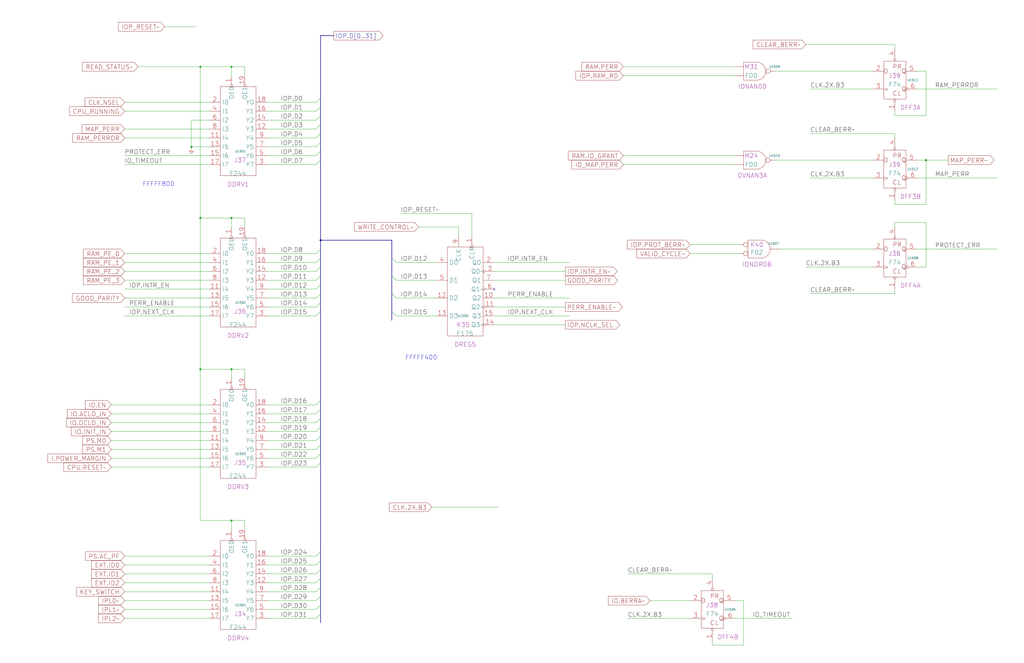
<source format=kicad_sch>
(kicad_sch (version 20250114) (generator "eeschema") (generator_version "9.0")
  (paper "User" 584.2 378.46)
  (title_block (title "DEVICES\\nCONTROL / STATUS REGISTER") (date "22-SEP-90") (rev "2.0") (comment 1 "IOC") (comment 2 "232-003061") (comment 3 "S400") (comment 4 "RELEASED"))
  (lib_symbols
    (symbol "r1000:F00" (pin_numbers (hide yes)) (pin_names (hide yes))
      (property "Reference" "U" (at 15.24 0 0))
      (property "Value" "F00" (at 1.905 -5.08 0))
      (property "Location" "___" (at 1.905 0 0))
      (property "Name" "______" (at 2.54 -12.7 0))
      (symbol "F00_0_1"
        (polyline (pts (xy -2.54 2.54) (xy -2.54 -7.62)) (stroke (width 0.1524)))
        (polyline (pts (xy -2.54 2.54) (xy 5.08 2.54)) (stroke (width 0.1524)))
        (polyline (pts (xy -2.54 -7.62) (xy 5.08 -7.62)) (stroke (width 0.1524)))
        (arc (start 5.08 2.54) (mid 10.1281 -2.54) (end 5.08 -7.62) (stroke (width 0.1524)))
        (circle (center 11.43 -2.54) (radius 1.27) (stroke (width 0.1524)))
      )
      (symbol "F00_0_2"
        (arc (start -3.175 2.54) (mid -2.134 -2.54) (end -3.175 -7.62) (stroke (width 0.1524)))
        (circle (center -3.81 0) (radius 1.27) (stroke (width 0.1524)))
        (circle (center -3.81 -5.08) (radius 1.27) (stroke (width 0.1524)))
        (polyline (pts (xy -3.175 2.54) (xy 3.81 2.54)) (stroke (width 0.1524)))
        (polyline (pts (xy -3.175 -7.62) (xy 3.81 -7.62)) (stroke (width 0.1524)))
        (arc (start 3.81 2.54) (mid 7.5828 0.7472) (end 10.16 -2.54) (stroke (width 0.1524)))
        (arc (start 10.16 -2.54) (mid 7.5855 -5.8306) (end 3.81 -7.62) (stroke (width 0.1524)))
      )
      (symbol "F00_1_1"
        (pin input line (at -7.62 0 0) (length 5.08) (name "D0") (number "1"))
        (pin input line (at -7.62 -5.08 0) (length 5.08) (name "D1") (number "2"))
        (pin output line (at 15.24 -2.54 180) (length 2.54) (name "Q") (number "3"))
      )
      (symbol "F00_1_2"
        (pin input line (at -7.62 0 0) (length 2.54) (name "D0") (number "1"))
        (pin input line (at -7.62 -5.08 0) (length 2.54) (name "D1") (number "2"))
        (pin output line (at 15.24 -2.54 180) (length 5.08) (name "Q") (number "3"))
      )
    )
    (symbol "r1000:F02" (pin_numbers (hide yes)) (pin_names (hide yes))
      (property "Reference" "U" (at 12.16 0.635 0))
      (property "Value" "F02" (at -1.27 -4.445 0))
      (property "Location" "___" (at 2.54 0 0))
      (property "Name" "______" (at 2.54 -12.7 0))
      (symbol "F02_0_1"
        (arc (start -3.81 2.54) (mid -2.9847 -2.54) (end -3.81 -7.62) (stroke (width 0.1524)))
        (polyline (pts (xy -5.08 0) (xy -3.175 0)) (stroke (width 0.1524)))
        (polyline (pts (xy -5.08 -5.08) (xy -3.175 -5.08)) (stroke (width 0.1524)))
        (polyline (pts (xy -3.81 2.54) (xy 2.54 2.54)) (stroke (width 0.1524)))
        (polyline (pts (xy -3.81 -7.62) (xy 2.54 -7.62)) (stroke (width 0.1524)))
        (arc (start 2.54 2.54) (mid 6.9477 0.8966) (end 10.16 -2.54) (stroke (width 0.1524)))
        (arc (start 10.16 -2.54) (mid 6.9515 -5.9823) (end 2.54 -7.62) (stroke (width 0.1524)))
        (circle (center 11.43 -2.54) (radius 1.27) (stroke (width 0.1524)))
        (polyline (pts (xy 13.97 -2.54) (xy 12.7 -2.54)) (stroke (width 0.1524)))
      )
      (symbol "F02_0_2"
        (circle (center -3.81 0) (radius 1.27) (stroke (width 0.1524)))
        (circle (center -3.81 -5.08) (radius 1.27) (stroke (width 0.1524)))
        (polyline (pts (xy -2.54 2.54) (xy -2.54 -7.62)) (stroke (width 0.1524)))
        (polyline (pts (xy -2.54 2.54) (xy 5.08 2.54)) (stroke (width 0.1524)))
        (polyline (pts (xy -2.54 -7.62) (xy 5.08 -7.62)) (stroke (width 0.1524)))
        (arc (start 5.08 2.54) (mid 10.1281 -2.54) (end 5.08 -7.62) (stroke (width 0.1524)))
        (polyline (pts (xy 11.43 -2.54) (xy 10.16 -2.54)) (stroke (width 0.1524)))
        (polyline (pts (xy 11.43 -2.54) (xy 12.7 -2.54)) (stroke (width 0.1524)))
      )
      (symbol "F02_1_1"
        (pin input line (at -7.62 0 0) (length 2.54) (name "D0") (number "1"))
        (pin input line (at -7.62 -5.08 0) (length 2.54) (name "D1") (number "2"))
        (pin output line (at 15.24 -2.54 180) (length 1.27) (name "Q") (number "3"))
      )
      (symbol "F02_1_2"
        (pin input line (at -7.62 0 0) (length 2.54) (name "D0") (number "1"))
        (pin input line (at -7.62 -5.08 0) (length 2.54) (name "D1") (number "2"))
        (pin output line (at 15.24 -2.54 180) (length 2.54) (name "Q") (number "3"))
      )
    )
    (symbol "r1000:F175" (pin_names (offset 1.016))
      (property "Reference" "U" (at 2.54 5.08 0))
      (property "Value" "F175" (at -1.27 -5.08 0))
      (property "Location" "___" (at -1.27 0 0))
      (property "Name" "______" (at 3.81 -12.7 0))
      (symbol "F175_1_1"
        (rectangle (start -6.35 44.45) (end 13.97 -6.35))
        (circle (center 7.62 45.085) (radius 0.635))
        (circle (center 14.605 30.48) (radius 0.635))
        (circle (center 14.605 20.32) (radius 0.635))
        (circle (center 14.605 10.16) (radius 0.635))
        (circle (center 14.605 0) (radius 0.635))
        (pin input line (at -12.7 35.56 0) (length 6.35) (name "D0") (number "4"))
        (pin input line (at -12.7 25.4 0) (length 6.35) (name "D1") (number "5"))
        (pin input line (at -12.7 15.24 0) (length 6.35) (name "D2") (number "12"))
        (pin input line (at -12.7 5.08 0) (length 6.35) (name "D3") (number "13"))
        (pin input line (at 0 50.8 270) (length 6.35) (name "CLK") (number "9"))
        (pin input line (at 7.62 50.8 270) (length 5.08) (name "CLR") (number "1"))
        (pin output line (at 20.32 35.56 180) (length 6.35) (name "Q0") (number "2"))
        (pin output line (at 20.32 30.48 180) (length 5.08) (name "Q0~") (number "3"))
        (pin output line (at 20.32 25.4 180) (length 6.35) (name "Q1") (number "7"))
        (pin output line (at 20.32 20.32 180) (length 5.08) (name "Q1~") (number "6"))
        (pin output line (at 20.32 15.24 180) (length 6.35) (name "Q2") (number "10"))
        (pin output line (at 20.32 10.16 180) (length 5.08) (name "Q2~") (number "11"))
        (pin output line (at 20.32 5.08 180) (length 6.35) (name "Q3") (number "15"))
        (pin output line (at 20.32 0 180) (length 5.08) (name "Q3~") (number "14"))
      )
    )
    (symbol "r1000:F244" (pin_names (offset 1.016))
      (property "Reference" "U" (at 2.54 5.08 0))
      (property "Value" "F244" (at -3.81 -7.62 0))
      (property "Location" "___" (at -1.27 0 0))
      (property "Name" "______" (at 1.27 -15.24 0))
      (symbol "F244_1_1"
        (rectangle (start -8.89 41.91) (end 11.43 -8.89))
        (circle (center -2.54 42.545) (radius 0.635))
        (circle (center 5.08 42.545) (radius 0.635))
        (pin input line (at -15.24 33.02 0) (length 6.35) (name "I0") (number "2"))
        (pin input line (at -15.24 27.94 0) (length 6.35) (name "I1") (number "4"))
        (pin input line (at -15.24 22.86 0) (length 6.35) (name "I2") (number "6"))
        (pin input line (at -15.24 17.78 0) (length 6.35) (name "I3") (number "8"))
        (pin input line (at -15.24 12.7 0) (length 6.35) (name "I4") (number "11"))
        (pin input line (at -15.24 7.62 0) (length 6.35) (name "I5") (number "13"))
        (pin input line (at -15.24 2.54 0) (length 6.35) (name "I6") (number "15"))
        (pin input line (at -15.24 -2.54 0) (length 6.35) (name "I7") (number "17"))
        (pin input line (at -2.54 48.26 270) (length 5.08) (name "OE0") (number "1"))
        (pin input line (at 5.08 48.26 270) (length 5.08) (name "OE1") (number "19"))
        (pin tri_state line (at 17.78 33.02 180) (length 6.35) (name "Y0") (number "18"))
        (pin tri_state line (at 17.78 27.94 180) (length 6.35) (name "Y1") (number "16"))
        (pin tri_state line (at 17.78 22.86 180) (length 6.35) (name "Y2") (number "14"))
        (pin tri_state line (at 17.78 17.78 180) (length 6.35) (name "Y3") (number "12"))
        (pin tri_state line (at 17.78 12.7 180) (length 6.35) (name "Y4") (number "9"))
        (pin tri_state line (at 17.78 7.62 180) (length 6.35) (name "Y5") (number "7"))
        (pin tri_state line (at 17.78 2.54 180) (length 6.35) (name "Y6") (number "5"))
        (pin tri_state line (at 17.78 -2.54 180) (length 6.35) (name "Y7") (number "3"))
      )
    )
    (symbol "r1000:F74" (pin_names (offset 1.016) (hide yes))
      (property "Reference" "U" (at 12.7 -2.54 0))
      (property "Value" "F74" (at -1.27 -5.08 0))
      (property "Location" "___" (at -1.27 0 0))
      (property "Name" "______" (at 11.43 -19.685 0))
      (symbol "F74_0_1"
        (rectangle (start -3.81 8.255) (end 8.89 -13.335) (stroke (width 0.1524)))
        (polyline (pts (xy 2.54 10.16) (xy 2.54 9.525)) (stroke (width 0.1524)))
        (polyline (pts (xy 2.54 -15.24) (xy 2.54 -14.605)) (stroke (width 0.1524)))
      )
      (symbol "F74_1_1"
        (circle (center 2.54 8.89) (radius 0.635))
        (circle (center 2.54 -13.97) (radius 0.635))
        (circle (center 9.525 -7.62) (radius 0.635))
        (text "D" (at -2.54 2.54 0) (effects (font (size 2.54 2.54))))
        (text ">" (at -2.54 -7.62 0) (effects (font (size 2.54 2.54))))
        (text "P" (at 2.54 5.08 0) (effects (font (size 2.54 2.54))))
        (text "C" (at 2.54 -10.16 0) (effects (font (size 2.54 2.54))))
        (text "R" (at 5.08 5.08 0) (effects (font (size 2.54 2.54))))
        (text "L" (at 5.08 -10.16 0) (effects (font (size 2.54 2.54))))
        (text "Q" (at 7.62 2.54 0) (effects (font (size 2.54 2.54))))
        (text "Q" (at 7.62 -7.62 0) (effects (font (size 2.54 2.54))))
        (pin input line (at -10.16 2.54 0) (length 6.35) (name "D") (number "2"))
        (pin input line (at -10.16 -7.62 0) (length 6.35) (name "CLK") (number "3"))
        (pin input line (at 2.54 15.24 270) (length 5.08) (name "PR_") (number "4"))
        (pin input line (at 2.54 -20.32 90) (length 5.08) (name "CL_") (number "1"))
        (pin output line (at 15.24 2.54 180) (length 6.35) (name "Q") (number "5"))
        (pin output line (at 15.24 -7.62 180) (length 5.08) (name "Q_") (number "6"))
      )
    )
    (symbol "r1000:PD" (power) (pin_numbers (hide yes)) (pin_names (hide yes)) (in_bom no)
      (symbol "PD_0_1"
        (polyline (pts (xy 0 -2.54) (xy 1.27 -2.54) (xy 0 -3.81) (xy -1.27 -2.54) (xy 0 -2.54)) (stroke (width 0.1524)))
      )
      (symbol "PD_1_1"
        (pin power_in line (at 0 0 270) (length 2.54) (name "PD") (number "1"))
      )
    )
  )
  (text "FFFFF800\n" (at 81.28 106.68 0) (effects (font (size 2.54 2.54)) (justify left bottom)))
  (text "FFFFF400\n" (at 231.14 205.74 0) (effects (font (size 2.54 2.54)) (justify left bottom)))
  (junction (at 132.08 297.18))
  (junction (at 182.88 137.16))
  (junction (at 114.3 210.82))
  (junction (at 132.08 210.82))
  (junction (at 114.3 124.46))
  (junction (at 109.22 83.82))
  (junction (at 114.3 38.1))
  (junction (at 132.08 124.46))
  (junction (at 528.32 91.44))
  (junction (at 132.08 38.1))
  (no_connect (at 281.94 165.1))
  (bus_entry (at 182.88 66.04) (size -2.54 2.54))
  (bus_entry (at 182.88 243.84) (size -2.54 2.54))
  (bus_entry (at 223.52 177.8) (size 2.54 2.54))
  (bus_entry (at 182.88 228.6) (size -2.54 2.54))
  (bus_entry (at 182.88 259.08) (size -2.54 2.54))
  (bus_entry (at 182.88 264.16) (size -2.54 2.54))
  (bus_entry (at 182.88 320.04) (size -2.54 2.54))
  (bus_entry (at 182.88 76.2) (size -2.54 2.54))
  (bus_entry (at 182.88 167.64) (size -2.54 2.54))
  (bus_entry (at 182.88 314.96) (size -2.54 2.54))
  (bus_entry (at 182.88 172.72) (size -2.54 2.54))
  (bus_entry (at 182.88 157.48) (size -2.54 2.54))
  (bus_entry (at 182.88 177.8) (size -2.54 2.54))
  (bus_entry (at 182.88 233.68) (size -2.54 2.54))
  (bus_entry (at 182.88 152.4) (size -2.54 2.54))
  (bus_entry (at 182.88 55.88) (size -2.54 2.54))
  (bus_entry (at 182.88 162.56) (size -2.54 2.54))
  (bus_entry (at 182.88 330.2) (size -2.54 2.54))
  (bus_entry (at 223.52 157.48) (size 2.54 2.54))
  (bus_entry (at 182.88 81.28) (size -2.54 2.54))
  (bus_entry (at 182.88 350.52) (size -2.54 2.54))
  (bus_entry (at 182.88 71.12) (size -2.54 2.54))
  (bus_entry (at 182.88 340.36) (size -2.54 2.54))
  (bus_entry (at 182.88 147.32) (size -2.54 2.54))
  (bus_entry (at 182.88 60.96) (size -2.54 2.54))
  (bus_entry (at 182.88 248.92) (size -2.54 2.54))
  (bus_entry (at 223.52 167.64) (size 2.54 2.54))
  (bus_entry (at 182.88 254) (size -2.54 2.54))
  (bus_entry (at 182.88 335.28) (size -2.54 2.54))
  (bus_entry (at 182.88 325.12) (size -2.54 2.54))
  (bus_entry (at 223.52 147.32) (size 2.54 2.54))
  (bus_entry (at 182.88 91.44) (size -2.54 2.54))
  (bus_entry (at 182.88 86.36) (size -2.54 2.54))
  (bus_entry (at 182.88 345.44) (size -2.54 2.54))
  (bus_entry (at 182.88 238.76) (size -2.54 2.54))
  (bus_entry (at 182.88 142.24) (size -2.54 2.54))
  (bus (pts (xy 182.88 350.52) (xy 182.88 355.6)))
  (wire (pts (xy 459.74 25.4) (xy 510.54 25.4)))
  (wire (pts (xy 238.76 129.54) (xy 261.62 129.54)))
  (wire (pts (xy 152.4 347.98) (xy 180.34 347.98)))
  (wire (pts (xy 152.4 154.94) (xy 180.34 154.94)))
  (bus (pts (xy 182.88 172.72) (xy 182.88 177.8)))
  (wire (pts (xy 424.18 368.3) (xy 406.4 368.3)))
  (wire (pts (xy 71.12 175.26) (xy 119.38 175.26)))
  (wire (pts (xy 406.4 368.3) (xy 406.4 365.76)))
  (wire (pts (xy 510.54 127) (xy 528.32 127)))
  (wire (pts (xy 139.7 215.9) (xy 139.7 210.82)))
  (wire (pts (xy 419.1 353.06) (xy 452.12 353.06)))
  (wire (pts (xy 71.12 347.98) (xy 119.38 347.98)))
  (bus (pts (xy 182.88 142.24) (xy 182.88 147.32)))
  (wire (pts (xy 109.22 68.58) (xy 109.22 83.82)))
  (wire (pts (xy 71.12 88.9) (xy 119.38 88.9)))
  (wire (pts (xy 71.12 180.34) (xy 119.38 180.34)))
  (wire (pts (xy 152.4 317.5) (xy 180.34 317.5)))
  (wire (pts (xy 114.3 210.82) (xy 132.08 210.82)))
  (wire (pts (xy 152.4 88.9) (xy 180.34 88.9)))
  (wire (pts (xy 226.06 180.34) (xy 248.92 180.34)))
  (wire (pts (xy 152.4 266.7) (xy 180.34 266.7)))
  (wire (pts (xy 281.94 170.18) (xy 325.12 170.18)))
  (wire (pts (xy 355.6 43.18) (xy 419.1 43.18)))
  (wire (pts (xy 132.08 210.82) (xy 139.7 210.82)))
  (wire (pts (xy 152.4 241.3) (xy 180.34 241.3)))
  (bus (pts (xy 182.88 20.32) (xy 182.88 55.88)))
  (bus (pts (xy 182.88 71.12) (xy 182.88 76.2)))
  (wire (pts (xy 226.06 160.02) (xy 248.92 160.02)))
  (wire (pts (xy 226.06 149.86) (xy 248.92 149.86)))
  (bus (pts (xy 182.88 228.6) (xy 182.88 233.68)))
  (bus (pts (xy 182.88 314.96) (xy 182.88 320.04)))
  (bus (pts (xy 182.88 340.36) (xy 182.88 345.44)))
  (wire (pts (xy 281.94 175.26) (xy 322.58 175.26)))
  (bus (pts (xy 182.88 330.2) (xy 182.88 335.28)))
  (wire (pts (xy 281.94 160.02) (xy 322.58 160.02)))
  (wire (pts (xy 393.7 139.7) (xy 421.64 139.7)))
  (wire (pts (xy 358.14 327.66) (xy 406.4 327.66)))
  (wire (pts (xy 152.4 170.18) (xy 180.34 170.18)))
  (wire (pts (xy 510.54 167.64) (xy 510.54 165.1)))
  (wire (pts (xy 139.7 129.54) (xy 139.7 124.46)))
  (wire (pts (xy 152.4 342.9) (xy 180.34 342.9)))
  (wire (pts (xy 510.54 66.04) (xy 510.54 63.5)))
  (wire (pts (xy 139.7 302.26) (xy 139.7 297.18)))
  (wire (pts (xy 152.4 93.98) (xy 180.34 93.98)))
  (wire (pts (xy 419.1 342.9) (xy 424.18 342.9)))
  (bus (pts (xy 182.88 259.08) (xy 182.88 264.16)))
  (wire (pts (xy 152.4 58.42) (xy 180.34 58.42)))
  (wire (pts (xy 132.08 38.1) (xy 139.7 38.1)))
  (wire (pts (xy 152.4 165.1) (xy 180.34 165.1)))
  (wire (pts (xy 132.08 297.18) (xy 139.7 297.18)))
  (wire (pts (xy 523.24 40.64) (xy 528.32 40.64)))
  (wire (pts (xy 71.12 154.94) (xy 119.38 154.94)))
  (wire (pts (xy 523.24 50.8) (xy 568.96 50.8)))
  (wire (pts (xy 71.12 58.42) (xy 119.38 58.42)))
  (wire (pts (xy 441.96 91.44) (xy 497.84 91.44)))
  (wire (pts (xy 71.12 322.58) (xy 119.38 322.58)))
  (bus (pts (xy 182.88 76.2) (xy 182.88 81.28)))
  (wire (pts (xy 269.24 121.92) (xy 269.24 134.62)))
  (bus (pts (xy 182.88 162.56) (xy 182.88 167.64)))
  (wire (pts (xy 132.08 38.1) (xy 132.08 43.18)))
  (wire (pts (xy 444.5 142.24) (xy 497.84 142.24)))
  (wire (pts (xy 528.32 91.44) (xy 541.02 91.44)))
  (bus (pts (xy 182.88 152.4) (xy 182.88 157.48)))
  (wire (pts (xy 71.12 149.86) (xy 119.38 149.86)))
  (wire (pts (xy 152.4 180.34) (xy 180.34 180.34)))
  (wire (pts (xy 71.12 353.06) (xy 119.38 353.06)))
  (wire (pts (xy 152.4 68.58) (xy 180.34 68.58)))
  (wire (pts (xy 132.08 124.46) (xy 139.7 124.46)))
  (bus (pts (xy 223.52 137.16) (xy 182.88 137.16)))
  (wire (pts (xy 462.28 167.64) (xy 510.54 167.64)))
  (wire (pts (xy 152.4 144.78) (xy 180.34 144.78)))
  (wire (pts (xy 246.38 289.56) (xy 284.48 289.56)))
  (wire (pts (xy 424.18 342.9) (xy 424.18 368.3)))
  (wire (pts (xy 441.96 40.64) (xy 497.84 40.64)))
  (bus (pts (xy 182.88 254) (xy 182.88 259.08)))
  (wire (pts (xy 114.3 210.82) (xy 114.3 297.18)))
  (wire (pts (xy 393.7 144.78) (xy 421.64 144.78)))
  (wire (pts (xy 510.54 116.84) (xy 510.54 114.3)))
  (wire (pts (xy 114.3 297.18) (xy 132.08 297.18)))
  (wire (pts (xy 71.12 63.5) (xy 119.38 63.5)))
  (wire (pts (xy 71.12 332.74) (xy 119.38 332.74)))
  (bus (pts (xy 182.88 325.12) (xy 182.88 330.2)))
  (bus (pts (xy 182.88 91.44) (xy 182.88 137.16)))
  (bus (pts (xy 182.88 167.64) (xy 182.88 172.72)))
  (wire (pts (xy 510.54 76.2) (xy 510.54 78.74)))
  (wire (pts (xy 71.12 327.66) (xy 119.38 327.66)))
  (wire (pts (xy 71.12 144.78) (xy 119.38 144.78)))
  (wire (pts (xy 63.5 256.54) (xy 119.38 256.54)))
  (bus (pts (xy 182.88 137.16) (xy 182.88 142.24)))
  (wire (pts (xy 63.5 241.3) (xy 119.38 241.3)))
  (wire (pts (xy 71.12 165.1) (xy 119.38 165.1)))
  (wire (pts (xy 152.4 231.14) (xy 180.34 231.14)))
  (bus (pts (xy 182.88 345.44) (xy 182.88 350.52)))
  (wire (pts (xy 139.7 43.18) (xy 139.7 38.1)))
  (wire (pts (xy 523.24 152.4) (xy 528.32 152.4)))
  (wire (pts (xy 152.4 261.62) (xy 180.34 261.62)))
  (bus (pts (xy 182.88 243.84) (xy 182.88 248.92)))
  (wire (pts (xy 152.4 73.66) (xy 180.34 73.66)))
  (bus (pts (xy 182.88 233.68) (xy 182.88 238.76)))
  (wire (pts (xy 355.6 38.1) (xy 419.1 38.1)))
  (wire (pts (xy 523.24 142.24) (xy 568.96 142.24)))
  (wire (pts (xy 228.6 121.92) (xy 269.24 121.92)))
  (wire (pts (xy 132.08 297.18) (xy 132.08 302.26)))
  (wire (pts (xy 63.5 266.7) (xy 119.38 266.7)))
  (bus (pts (xy 182.88 157.48) (xy 182.88 162.56)))
  (wire (pts (xy 281.94 185.42) (xy 322.58 185.42)))
  (wire (pts (xy 523.24 101.6) (xy 568.96 101.6)))
  (wire (pts (xy 370.84 342.9) (xy 393.7 342.9)))
  (wire (pts (xy 71.12 93.98) (xy 119.38 93.98)))
  (wire (pts (xy 114.3 38.1) (xy 114.3 124.46)))
  (wire (pts (xy 281.94 149.86) (xy 325.12 149.86)))
  (wire (pts (xy 510.54 129.54) (xy 510.54 127)))
  (wire (pts (xy 152.4 322.58) (xy 180.34 322.58)))
  (wire (pts (xy 152.4 327.66) (xy 180.34 327.66)))
  (wire (pts (xy 71.12 78.74) (xy 119.38 78.74)))
  (wire (pts (xy 152.4 63.5) (xy 180.34 63.5)))
  (wire (pts (xy 462.28 50.8) (xy 497.84 50.8)))
  (wire (pts (xy 152.4 149.86) (xy 180.34 149.86)))
  (wire (pts (xy 528.32 91.44) (xy 528.32 116.84)))
  (bus (pts (xy 223.52 157.48) (xy 223.52 167.64)))
  (wire (pts (xy 152.4 160.02) (xy 180.34 160.02)))
  (wire (pts (xy 93.98 15.24) (xy 111.76 15.24)))
  (wire (pts (xy 355.6 88.9) (xy 419.1 88.9)))
  (wire (pts (xy 119.38 68.58) (xy 109.22 68.58)))
  (wire (pts (xy 71.12 170.18) (xy 119.38 170.18)))
  (bus (pts (xy 182.88 81.28) (xy 182.88 86.36)))
  (wire (pts (xy 71.12 337.82) (xy 119.38 337.82)))
  (wire (pts (xy 358.14 353.06) (xy 393.7 353.06)))
  (wire (pts (xy 152.4 83.82) (xy 180.34 83.82)))
  (bus (pts (xy 182.88 66.04) (xy 182.88 71.12)))
  (wire (pts (xy 152.4 78.74) (xy 180.34 78.74)))
  (wire (pts (xy 462.28 76.2) (xy 510.54 76.2)))
  (bus (pts (xy 182.88 147.32) (xy 182.88 152.4)))
  (bus (pts (xy 223.52 167.64) (xy 223.52 177.8)))
  (wire (pts (xy 510.54 25.4) (xy 510.54 27.94)))
  (wire (pts (xy 152.4 246.38) (xy 180.34 246.38)))
  (wire (pts (xy 261.62 129.54) (xy 261.62 134.62)))
  (wire (pts (xy 406.4 327.66) (xy 406.4 330.2)))
  (wire (pts (xy 462.28 101.6) (xy 497.84 101.6)))
  (bus (pts (xy 190.5 20.32) (xy 182.88 20.32)))
  (wire (pts (xy 78.74 38.1) (xy 114.3 38.1)))
  (wire (pts (xy 63.5 231.14) (xy 119.38 231.14)))
  (wire (pts (xy 528.32 66.04) (xy 510.54 66.04)))
  (wire (pts (xy 528.32 40.64) (xy 528.32 66.04)))
  (wire (pts (xy 152.4 256.54) (xy 180.34 256.54)))
  (wire (pts (xy 114.3 124.46) (xy 132.08 124.46)))
  (wire (pts (xy 63.5 236.22) (xy 119.38 236.22)))
  (bus (pts (xy 182.88 264.16) (xy 182.88 314.96)))
  (wire (pts (xy 528.32 127) (xy 528.32 152.4)))
  (wire (pts (xy 226.06 170.18) (xy 248.92 170.18)))
  (wire (pts (xy 132.08 210.82) (xy 132.08 215.9)))
  (wire (pts (xy 459.74 152.4) (xy 497.84 152.4)))
  (wire (pts (xy 63.5 246.38) (xy 119.38 246.38)))
  (wire (pts (xy 63.5 261.62) (xy 119.38 261.62)))
  (bus (pts (xy 182.88 86.36) (xy 182.88 91.44)))
  (bus (pts (xy 223.52 147.32) (xy 223.52 157.48)))
  (bus (pts (xy 182.88 320.04) (xy 182.88 325.12)))
  (wire (pts (xy 71.12 317.5) (xy 119.38 317.5)))
  (wire (pts (xy 152.4 332.74) (xy 180.34 332.74)))
  (wire (pts (xy 152.4 236.22) (xy 180.34 236.22)))
  (wire (pts (xy 281.94 180.34) (xy 325.12 180.34)))
  (wire (pts (xy 152.4 251.46) (xy 180.34 251.46)))
  (wire (pts (xy 152.4 337.82) (xy 180.34 337.82)))
  (bus (pts (xy 223.52 137.16) (xy 223.52 147.32)))
  (bus (pts (xy 182.88 335.28) (xy 182.88 340.36)))
  (wire (pts (xy 355.6 93.98) (xy 419.1 93.98)))
  (wire (pts (xy 109.22 83.82) (xy 119.38 83.82)))
  (wire (pts (xy 152.4 353.06) (xy 180.34 353.06)))
  (bus (pts (xy 223.52 177.8) (xy 223.52 182.88)))
  (wire (pts (xy 71.12 342.9) (xy 119.38 342.9)))
  (wire (pts (xy 63.5 251.46) (xy 119.38 251.46)))
  (bus (pts (xy 182.88 248.92) (xy 182.88 254)))
  (wire (pts (xy 152.4 175.26) (xy 180.34 175.26)))
  (wire (pts (xy 132.08 124.46) (xy 132.08 129.54)))
  (wire (pts (xy 528.32 116.84) (xy 510.54 116.84)))
  (bus (pts (xy 182.88 60.96) (xy 182.88 66.04)))
  (bus (pts (xy 182.88 238.76) (xy 182.88 243.84)))
  (bus (pts (xy 182.88 177.8) (xy 182.88 228.6)))
  (bus (pts (xy 182.88 55.88) (xy 182.88 60.96)))
  (wire (pts (xy 71.12 73.66) (xy 119.38 73.66)))
  (wire (pts (xy 114.3 38.1) (xy 132.08 38.1)))
  (wire (pts (xy 114.3 124.46) (xy 114.3 210.82)))
  (wire (pts (xy 71.12 160.02) (xy 119.38 160.02)))
  (wire (pts (xy 281.94 154.94) (xy 322.58 154.94)))
  (wire (pts (xy 523.24 91.44) (xy 528.32 91.44)))
  (label "IOP.D8" (at 160.02 144.78 0) (effects (font (size 2.54 2.54))))
  (label "IOP.D14" (at 228.6 170.18 0) (effects (font (size 2.54 2.54))))
  (label "IOP.D6" (at 160.02 88.9 0) (effects (font (size 2.54 2.54))))
  (label "IOP.D12" (at 228.6 149.86 0) (effects (font (size 2.54 2.54))))
  (label "IOP.D10" (at 160.02 154.94 0) (effects (font (size 2.54 2.54))))
  (label "PROTECT_ERR" (at 533.4 142.24 0) (effects (font (size 2.54 2.54))))
  (label "IOP.D17" (at 160.02 236.22 0) (effects (font (size 2.54 2.54))))
  (label "IOP.D5" (at 160.02 83.82 0) (effects (font (size 2.54 2.54))))
  (label "IOP.D19" (at 160.02 246.38 0) (effects (font (size 2.54 2.54))))
  (label "CLEAR_BERR~" (at 462.28 76.2 0) (effects (font (size 2.54 2.54))))
  (label "IOP.D25" (at 160.02 322.58 0) (effects (font (size 2.54 2.54))))
  (label "IOP.D13" (at 228.6 160.02 0) (effects (font (size 2.54 2.54))))
  (label "IOP.D23" (at 160.02 266.7 0) (effects (font (size 2.54 2.54))))
  (label "PROTECT_ERR" (at 71.12 88.9 0) (effects (font (size 2.54 2.54))))
  (label "IOP.NEXT_CLK" (at 73.66 180.34 0) (effects (font (size 2.54 2.54))))
  (label "RAM_PERROR" (at 533.4 50.8 0) (effects (font (size 2.54 2.54))))
  (label "IOP.D26" (at 160.02 327.66 0) (effects (font (size 2.54 2.54))))
  (label "IOP.D4" (at 160.02 78.74 0) (effects (font (size 2.54 2.54))))
  (label "CLK.2X.B3" (at 459.74 152.4 0) (effects (font (size 2.54 2.54))))
  (label "IOP.D14" (at 160.02 175.26 0) (effects (font (size 2.54 2.54))))
  (label "IOP.D2" (at 160.02 68.58 0) (effects (font (size 2.54 2.54))))
  (label "IOP.D27" (at 160.02 332.74 0) (effects (font (size 2.54 2.54))))
  (label "IOP.D11" (at 160.02 160.02 0) (effects (font (size 2.54 2.54))))
  (label "IOP.D18" (at 160.02 241.3 0) (effects (font (size 2.54 2.54))))
  (label "IOP.D24" (at 160.02 317.5 0) (effects (font (size 2.54 2.54))))
  (label "IOP.D30" (at 160.02 347.98 0) (effects (font (size 2.54 2.54))))
  (label "IOP_RESET~" (at 228.6 121.92 0) (effects (font (size 2.54 2.54))))
  (label "IOP.D22" (at 160.02 261.62 0) (effects (font (size 2.54 2.54))))
  (label "IOP.D31" (at 160.02 353.06 0) (effects (font (size 2.54 2.54))))
  (label "CLEAR_BERR~" (at 462.28 167.64 0) (effects (font (size 2.54 2.54))))
  (label "IOP.D13" (at 160.02 170.18 0) (effects (font (size 2.54 2.54))))
  (label "IOP.D0" (at 160.02 58.42 0) (effects (font (size 2.54 2.54))))
  (label "MAP_PERR" (at 533.4 101.6 0) (effects (font (size 2.54 2.54))))
  (label "IOP.INTR_EN" (at 289.56 149.86 0) (effects (font (size 2.54 2.54))))
  (label "CLEAR_BERR~" (at 358.14 327.66 0) (effects (font (size 2.54 2.54))))
  (label "IOP.INTR_EN" (at 73.66 165.1 0) (effects (font (size 2.54 2.54))))
  (label "IOP.D15" (at 228.6 180.34 0) (effects (font (size 2.54 2.54))))
  (label "IOP.D15" (at 160.02 180.34 0) (effects (font (size 2.54 2.54))))
  (label "IOP.D1" (at 160.02 63.5 0) (effects (font (size 2.54 2.54))))
  (label "IO_TIMEOUT" (at 71.12 93.98 0) (effects (font (size 2.54 2.54))))
  (label "IOP.D28" (at 160.02 337.82 0) (effects (font (size 2.54 2.54))))
  (label "CLK.2X.B3" (at 358.14 353.06 0) (effects (font (size 2.54 2.54))))
  (label "IOP.D16" (at 160.02 231.14 0) (effects (font (size 2.54 2.54))))
  (label "IOP.D3" (at 160.02 73.66 0) (effects (font (size 2.54 2.54))))
  (label "IOP.D20" (at 160.02 251.46 0) (effects (font (size 2.54 2.54))))
  (label "IOP.D21" (at 160.02 256.54 0) (effects (font (size 2.54 2.54))))
  (label "PERR_ENABLE" (at 289.56 170.18 0) (effects (font (size 2.54 2.54))))
  (label "IOP.D29" (at 160.02 342.9 0) (effects (font (size 2.54 2.54))))
  (label "CLK.2X.B3" (at 462.28 101.6 0) (effects (font (size 2.54 2.54))))
  (label "CLK.2X.B3" (at 462.28 50.8 0) (effects (font (size 2.54 2.54))))
  (label "IOP.D7" (at 160.02 93.98 0) (effects (font (size 2.54 2.54))))
  (label "PERR_ENABLE" (at 73.66 175.26 0) (effects (font (size 2.54 2.54))))
  (label "IOP.D12" (at 160.02 165.1 0) (effects (font (size 2.54 2.54))))
  (label "IOP.NEXT_CLK" (at 289.56 180.34 0) (effects (font (size 2.54 2.54))))
  (label "IOP.D9" (at 160.02 149.86 0) (effects (font (size 2.54 2.54))))
  (label "IO_TIMEOUT" (at 429.26 353.06 0) (effects (font (size 2.54 2.54))))
  (global_label "MAP_PERR~" (shape output) (at 541.02 91.44 0) (effects (font (size 2.54 2.54))) (property "Intersheetrefs" "${INTERSHEET_REFS}" (at 567.5146 91.2813 0) (effects (font (size 1.905 1.905)) (justify left))))
  (global_label "RAM_PE_1" (shape input) (at 71.12 149.86 180) (effects (font (size 2.54 2.54))) (property "Intersheetrefs" "${INTERSHEET_REFS}" (at 47.1654 149.7013 0) (effects (font (size 1.905 1.905)) (justify right))))
  (global_label "IO.EN" (shape input) (at 63.5 231.14 180) (effects (font (size 2.54 2.54))) (property "Intersheetrefs" "${INTERSHEET_REFS}" (at 48.254 230.9813 0) (effects (font (size 1.905 1.905)) (justify right))))
  (global_label "RAM_PE_2" (shape input) (at 71.12 154.94 180) (effects (font (size 2.54 2.54))) (property "Intersheetrefs" "${INTERSHEET_REFS}" (at 47.1654 154.7813 0) (effects (font (size 1.905 1.905)) (justify right))))
  (global_label "IOP.INTR_EN~" (shape output) (at 322.58 154.94 0) (effects (font (size 2.54 2.54))) (property "Intersheetrefs" "${INTERSHEET_REFS}" (at 352.4613 154.7813 0) (effects (font (size 1.905 1.905)) (justify left))))
  (global_label "I.POWER_MARGIN" (shape input) (at 63.5 261.62 180) (effects (font (size 2.54 2.54))) (property "Intersheetrefs" "${INTERSHEET_REFS}" (at 26.9663 261.4613 0) (effects (font (size 1.905 1.905)) (justify right))))
  (global_label "IO.ACLO_IN" (shape input) (at 63.5 236.22 180) (effects (font (size 2.54 2.54))) (property "Intersheetrefs" "${INTERSHEET_REFS}" (at 37.973 236.0613 0) (effects (font (size 1.905 1.905)) (justify right))))
  (global_label "RAM.IO_GRANT" (shape input) (at 355.6 88.9 180) (effects (font (size 2.54 2.54))) (property "Intersheetrefs" "${INTERSHEET_REFS}" (at 323.9044 88.7413 0) (effects (font (size 1.905 1.905)) (justify right))))
  (global_label "VALID_CYCLE~" (shape input) (at 393.7 144.78 180) (effects (font (size 2.54 2.54))) (property "Intersheetrefs" "${INTERSHEET_REFS}" (at 362.972 144.6213 0) (effects (font (size 1.905 1.905)) (justify right))))
  (global_label "GOOD_PARITY" (shape output) (at 322.58 160.02 0) (effects (font (size 2.54 2.54))) (property "Intersheetrefs" "${INTERSHEET_REFS}" (at 352.7032 159.8613 0) (effects (font (size 1.905 1.905)) (justify left))))
  (global_label "IO_MAP.PERR" (shape input) (at 355.6 93.98 180) (effects (font (size 2.54 2.54))) (property "Intersheetrefs" "${INTERSHEET_REFS}" (at 325.8397 93.8213 0) (effects (font (size 1.905 1.905)) (justify right))))
  (global_label "EXT.ID1" (shape input) (at 71.12 327.66 180) (effects (font (size 2.54 2.54))) (property "Intersheetrefs" "${INTERSHEET_REFS}" (at 51.8825 327.5013 0) (effects (font (size 1.905 1.905)) (justify right))))
  (global_label "IOP.PROT_BERR~" (shape input) (at 393.7 139.7 180) (effects (font (size 2.54 2.54))) (property "Intersheetrefs" "${INTERSHEET_REFS}" (at 357.5292 139.5413 0) (effects (font (size 1.905 1.905)) (justify right))))
  (global_label "IOP_RESET~" (shape input) (at 93.98 15.24 180) (effects (font (size 2.54 2.54))) (property "Intersheetrefs" "${INTERSHEET_REFS}" (at 67.1225 15.0813 0) (effects (font (size 1.905 1.905)) (justify right))))
  (global_label "PS.M1" (shape input) (at 63.5 256.54 180) (effects (font (size 2.54 2.54))) (property "Intersheetrefs" "${INTERSHEET_REFS}" (at 46.8025 256.3813 0) (effects (font (size 1.905 1.905)) (justify right))))
  (global_label "RAM_PE_3" (shape input) (at 71.12 160.02 180) (effects (font (size 2.54 2.54))) (property "Intersheetrefs" "${INTERSHEET_REFS}" (at 47.1654 159.8613 0) (effects (font (size 1.905 1.905)) (justify right))))
  (global_label "CLK.2X.B3" (shape input) (at 246.38 289.56 180) (effects (font (size 2.54 2.54))) (property "Intersheetrefs" "${INTERSHEET_REFS}" (at 221.8206 289.4013 0) (effects (font (size 1.905 1.905)) (justify right))))
  (global_label "IOP.RAM_RD" (shape input) (at 355.6 43.18 180) (effects (font (size 2.54 2.54))) (property "Intersheetrefs" "${INTERSHEET_REFS}" (at 328.1378 43.0213 0) (effects (font (size 1.905 1.905)) (justify right))))
  (global_label "IPL0~" (shape input) (at 71.12 342.9 180) (effects (font (size 2.54 2.54))) (property "Intersheetrefs" "${INTERSHEET_REFS}" (at 55.874 342.7413 0) (effects (font (size 1.905 1.905)) (justify right))))
  (global_label "WRITE_CONTROL~" (shape input) (at 238.76 129.54 180) (effects (font (size 2.54 2.54))) (property "Intersheetrefs" "${INTERSHEET_REFS}" (at 201.8635 129.3813 0) (effects (font (size 1.905 1.905)) (justify right))))
  (global_label "RAM.PERR" (shape input) (at 355.6 38.1 180) (effects (font (size 2.54 2.54))) (property "Intersheetrefs" "${INTERSHEET_REFS}" (at 331.6454 37.9413 0) (effects (font (size 1.905 1.905)) (justify right))))
  (global_label "PS.AC_PF" (shape input) (at 71.12 317.5 180) (effects (font (size 2.54 2.54))) (property "Intersheetrefs" "${INTERSHEET_REFS}" (at 48.3749 317.3413 0) (effects (font (size 1.905 1.905)) (justify right))))
  (global_label "GOOD_PARITY" (shape input) (at 71.12 170.18 180) (effects (font (size 2.54 2.54))) (property "Intersheetrefs" "${INTERSHEET_REFS}" (at 40.9968 170.0213 0) (effects (font (size 1.905 1.905)) (justify right))))
  (global_label "IPL1~" (shape input) (at 71.12 347.98 180) (effects (font (size 2.54 2.54))) (property "Intersheetrefs" "${INTERSHEET_REFS}" (at 55.874 347.8213 0) (effects (font (size 1.905 1.905)) (justify right))))
  (global_label "IO.DCLO_IN" (shape input) (at 63.5 241.3 180) (effects (font (size 2.54 2.54))) (property "Intersheetrefs" "${INTERSHEET_REFS}" (at 37.6101 241.1413 0) (effects (font (size 1.905 1.905)) (justify right))))
  (global_label "PS.M0" (shape input) (at 63.5 251.46 180) (effects (font (size 2.54 2.54))) (property "Intersheetrefs" "${INTERSHEET_REFS}" (at 46.8025 251.3013 0) (effects (font (size 1.905 1.905)) (justify right))))
  (global_label "CLEAR_BERR~" (shape input) (at 459.74 25.4 180) (effects (font (size 2.54 2.54))) (property "Intersheetrefs" "${INTERSHEET_REFS}" (at 429.254 25.2413 0) (effects (font (size 1.905 1.905)) (justify right))))
  (global_label "EXT.ID2" (shape input) (at 71.12 332.74 180) (effects (font (size 2.54 2.54))) (property "Intersheetrefs" "${INTERSHEET_REFS}" (at 51.8825 332.5813 0) (effects (font (size 1.905 1.905)) (justify right))))
  (global_label "EXT.ID0" (shape input) (at 71.12 322.58 180) (effects (font (size 2.54 2.54))) (property "Intersheetrefs" "${INTERSHEET_REFS}" (at 51.8825 322.4213 0) (effects (font (size 1.905 1.905)) (justify right))))
  (global_label "MAP_PERR" (shape input) (at 71.12 73.66 180) (effects (font (size 2.54 2.54))) (property "Intersheetrefs" "${INTERSHEET_REFS}" (at 46.4397 73.5013 0) (effects (font (size 1.905 1.905)) (justify right))))
  (global_label "RAM_PERROR" (shape input) (at 71.12 78.74 180) (effects (font (size 2.54 2.54))) (property "Intersheetrefs" "${INTERSHEET_REFS}" (at 41.2387 78.5813 0) (effects (font (size 1.905 1.905)) (justify right))))
  (global_label "CLK.NSEL" (shape input) (at 71.12 58.42 180) (effects (font (size 2.54 2.54))) (property "Intersheetrefs" "${INTERSHEET_REFS}" (at 48.133 58.2613 0) (effects (font (size 1.905 1.905)) (justify right))))
  (global_label "IO.INIT_IN" (shape input) (at 63.5 246.38 180) (effects (font (size 2.54 2.54))) (property "Intersheetrefs" "${INTERSHEET_REFS}" (at 40.392 246.2213 0) (effects (font (size 1.905 1.905)) (justify right))))
  (global_label "KEY_SWITCH" (shape input) (at 71.12 337.82 180) (effects (font (size 2.54 2.54))) (property "Intersheetrefs" "${INTERSHEET_REFS}" (at 43.2949 337.6613 0) (effects (font (size 1.905 1.905)) (justify right))))
  (global_label "PERR_ENABLE~" (shape output) (at 322.58 175.26 0) (effects (font (size 2.54 2.54))) (property "Intersheetrefs" "${INTERSHEET_REFS}" (at 355.4851 175.1013 0) (effects (font (size 1.905 1.905)) (justify left))))
  (global_label "CPU.RESET~" (shape input) (at 63.5 266.7 180) (effects (font (size 2.54 2.54))) (property "Intersheetrefs" "${INTERSHEET_REFS}" (at 36.0378 266.5413 0) (effects (font (size 1.905 1.905)) (justify right))))
  (global_label "RAM_PE_0" (shape input) (at 71.12 144.78 180) (effects (font (size 2.54 2.54))) (property "Intersheetrefs" "${INTERSHEET_REFS}" (at 47.1654 144.6213 0) (effects (font (size 1.905 1.905)) (justify right))))
  (global_label "IO.BERRA~" (shape input) (at 370.84 342.9 180) (effects (font (size 2.54 2.54))) (property "Intersheetrefs" "${INTERSHEET_REFS}" (at 346.6435 342.7413 0) (effects (font (size 1.905 1.905)) (justify right))))
  (global_label "IPL2~" (shape input) (at 71.12 353.06 180) (effects (font (size 2.54 2.54))) (property "Intersheetrefs" "${INTERSHEET_REFS}" (at 55.874 352.9013 0) (effects (font (size 1.905 1.905)) (justify right))))
  (global_label "CPU_RUNNING" (shape input) (at 71.12 63.5 180) (effects (font (size 2.54 2.54))) (property "Intersheetrefs" "${INTERSHEET_REFS}" (at 39.3035 63.3413 0) (effects (font (size 1.905 1.905)) (justify right))))
  (global_label "IOP.D[0..31]" (shape output) (at 190.5 20.32 0) (effects (font (size 2.54 2.54))) (property "Intersheetrefs" "${INTERSHEET_REFS}" (at 218.9299 20.1613 0) (effects (font (size 1.905 1.905)) (justify left))))
  (global_label "READ_STATUS~" (shape input) (at 78.74 38.1 180) (effects (font (size 2.54 2.54))) (property "Intersheetrefs" "${INTERSHEET_REFS}" (at 46.6816 37.9413 0) (effects (font (size 1.905 1.905)) (justify right))))
  (global_label "IOP.NCLK_SEL" (shape output) (at 322.58 185.42 0) (effects (font (size 2.54 2.54))) (property "Intersheetrefs" "${INTERSHEET_REFS}" (at 353.9127 185.2613 0) (effects (font (size 1.905 1.905)) (justify left))))
  (symbol (lib_id "r1000:F244") (at 134.62 350.52 0) (unit 1)
    (property "Reference" "U1504" (at 137.16 345.44 0))
    (property "Value" "F244" (at 130.81 358.14 0) (effects (font (size 2.54 2.54)) (justify left)))
    (property "Location" "J34" (at 133.35 350.52 0) (effects (font (size 2.54 2.54)) (justify left)))
    (property "Name" "DDRV4" (at 135.89 365.76 0) (effects (font (size 2.54 2.54)) (justify bottom)))
  )
  (symbol (lib_id "r1000:F02") (at 429.26 139.7 0) (unit 1) (convert 2)
    (property "Reference" "U1507" (at 441.42 139.065 0))
    (property "Value" "F02" (at 427.99 144.145 0) (effects (font (size 2.54 2.54)) (justify left)))
    (property "Location" "K40" (at 431.8 139.7 0) (effects (font (size 2.54 2.54))))
    (property "Name" "IONOR0B" (at 431.8 152.4 0) (effects (font (size 2.54 2.54)) (justify bottom)))
  )
  (symbol (lib_id "r1000:F00") (at 426.72 88.9 0) (unit 1)
    (property "Reference" "U1510" (at 441.96 88.9 0))
    (property "Value" "F00" (at 428.625 93.98 0) (effects (font (size 2.54 2.54))))
    (property "Location" "M24" (at 428.625 88.9 0) (effects (font (size 2.54 2.54))))
    (property "Name" "DVNAN3A" (at 429.26 101.6 0) (effects (font (size 2.54 2.54)) (justify bottom)))
  )
  (symbol (lib_id "r1000:F74") (at 403.86 345.44 0) (unit 1)
    (property "Reference" "U1506" (at 416.56 347.98 0))
    (property "Value" "F74" (at 402.59 350.52 0) (effects (font (size 2.54 2.54)) (justify left)))
    (property "Location" "J38" (at 402.59 345.44 0) (effects (font (size 2.54 2.54)) (justify left)))
    (property "Name" "DFF4B" (at 415.29 365.125 0) (effects (font (size 2.54 2.54)) (justify bottom)))
  )
  (symbol (lib_id "r1000:F175") (at 261.62 185.42 0) (unit 1)
    (property "Reference" "U1505" (at 264.16 180.34 0))
    (property "Value" "F175" (at 260.35 190.5 0) (effects (font (size 2.54 2.54)) (justify left)))
    (property "Location" "K35" (at 260.35 185.42 0) (effects (font (size 2.54 2.54)) (justify left)))
    (property "Name" "DREG5" (at 265.43 198.12 0) (effects (font (size 2.54 2.54)) (justify bottom)))
  )
  (symbol (lib_id "r1000:F74") (at 508 43.18 0) (unit 1)
    (property "Reference" "U1511" (at 520.7 45.72 0))
    (property "Value" "F74" (at 506.73 48.26 0) (effects (font (size 2.54 2.54)) (justify left)))
    (property "Location" "J39" (at 506.73 43.18 0) (effects (font (size 2.54 2.54)) (justify left)))
    (property "Name" "DFF3A" (at 519.43 62.865 0) (effects (font (size 2.54 2.54)) (justify bottom)))
  )
  (symbol (lib_id "r1000:F244") (at 134.62 177.8 0) (unit 1)
    (property "Reference" "U1502" (at 137.16 172.72 0))
    (property "Value" "F244" (at 130.81 185.42 0) (effects (font (size 2.54 2.54)) (justify left)))
    (property "Location" "J36" (at 133.35 177.8 0) (effects (font (size 2.54 2.54)) (justify left)))
    (property "Name" "DDRV2" (at 135.89 193.04 0) (effects (font (size 2.54 2.54)) (justify bottom)))
  )
  (symbol (lib_id "r1000:PD") (at 109.22 83.82 0) (unit 1) (in_bom no)
    (property "Reference" "#PWR01501" (effects (hide yes)))
    (property "Value" "PD" (effects (hide yes)))
  )
  (symbol (lib_id "r1000:F244") (at 134.62 264.16 0) (unit 1)
    (property "Reference" "U1503" (at 137.16 259.08 0))
    (property "Value" "F244" (at 130.81 271.78 0) (effects (font (size 2.54 2.54)) (justify left)))
    (property "Location" "J35" (at 133.35 264.16 0) (effects (font (size 2.54 2.54)) (justify left)))
    (property "Name" "DDRV3" (at 135.89 279.4 0) (effects (font (size 2.54 2.54)) (justify bottom)))
  )
  (symbol (lib_id "r1000:F74") (at 508 144.78 0) (unit 1)
    (property "Reference" "U1508" (at 520.7 147.32 0))
    (property "Value" "F74" (at 506.73 149.86 0) (effects (font (size 2.54 2.54)) (justify left)))
    (property "Location" "J38" (at 506.73 144.78 0) (effects (font (size 2.54 2.54)) (justify left)))
    (property "Name" "DFF4A" (at 519.43 164.465 0) (effects (font (size 2.54 2.54)) (justify bottom)))
  )
  (symbol (lib_id "r1000:F00") (at 426.72 38.1 0) (unit 1)
    (property "Reference" "U1509" (at 441.96 38.1 0))
    (property "Value" "F00" (at 428.625 43.18 0) (effects (font (size 2.54 2.54))))
    (property "Location" "M31" (at 428.625 38.1 0) (effects (font (size 2.54 2.54))))
    (property "Name" "IONAN0D" (at 429.26 50.8 0) (effects (font (size 2.54 2.54)) (justify bottom)))
  )
  (symbol (lib_id "r1000:F74") (at 508 93.98 0) (unit 1)
    (property "Reference" "U1512" (at 520.7 96.52 0))
    (property "Value" "F74" (at 506.73 99.06 0) (effects (font (size 2.54 2.54)) (justify left)))
    (property "Location" "J39" (at 506.73 93.98 0) (effects (font (size 2.54 2.54)) (justify left)))
    (property "Name" "DFF3B" (at 519.43 113.665 0) (effects (font (size 2.54 2.54)) (justify bottom)))
  )
  (symbol (lib_id "r1000:F244") (at 134.62 91.44 0) (unit 1)
    (property "Reference" "U1501" (at 137.16 86.36 0))
    (property "Value" "F244" (at 130.81 99.06 0) (effects (font (size 2.54 2.54)) (justify left)))
    (property "Location" "J37" (at 133.35 91.44 0) (effects (font (size 2.54 2.54)) (justify left)))
    (property "Name" "DDRV1" (at 135.89 106.68 0) (effects (font (size 2.54 2.54)) (justify bottom)))
  )
)
</source>
